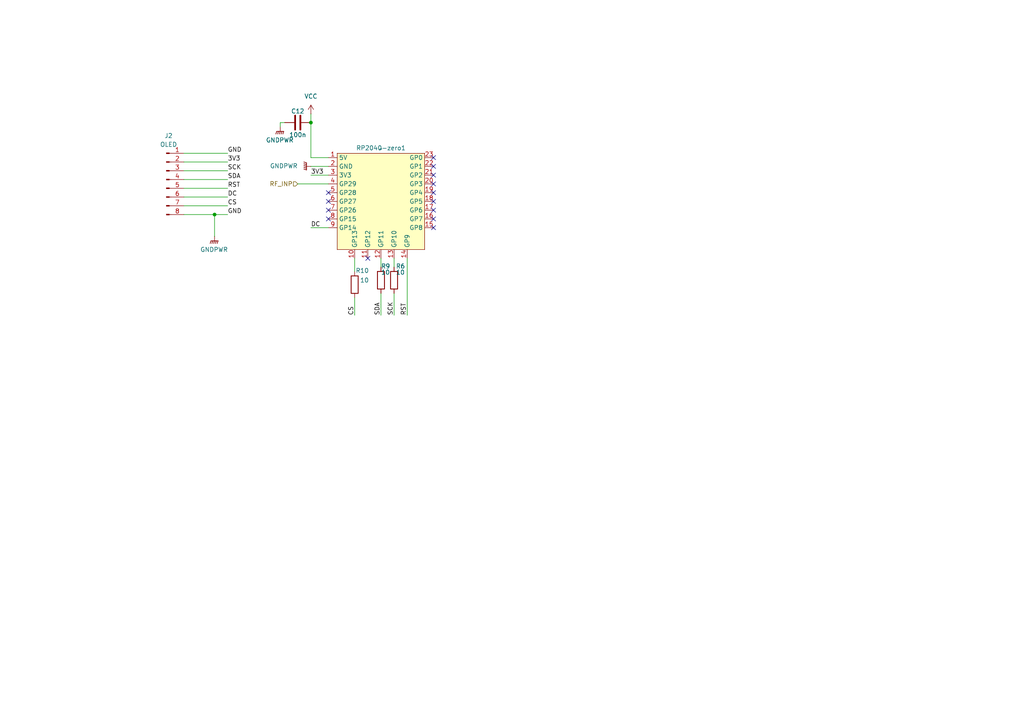
<source format=kicad_sch>
(kicad_sch (version 20231120) (generator "eeschema") (generator_version "8.0")
  (paper "A4")
  (lib_symbols
    (symbol "Connector:Conn_01x08_Pin" (pin_names (offset 1.016) hide)
      (property "Reference" "J" (at 0 10.16 0))
      (property "Value" "Conn_01x08_Pin" (at 0 -12.7 0))
      (symbol "Conn_01x08_Pin_1_1"
        (polyline (pts (xy 1.27 -10.16) (xy 0.8636 -10.16)) (stroke (width 0.1524)))
        (polyline (pts (xy 1.27 -7.62) (xy 0.8636 -7.62)) (stroke (width 0.1524)))
        (polyline (pts (xy 1.27 -5.08) (xy 0.8636 -5.08)) (stroke (width 0.1524)))
        (polyline (pts (xy 1.27 -2.54) (xy 0.8636 -2.54)) (stroke (width 0.1524)))
        (polyline (pts (xy 1.27 0) (xy 0.8636 0)) (stroke (width 0.1524)))
        (polyline (pts (xy 1.27 2.54) (xy 0.8636 2.54)) (stroke (width 0.1524)))
        (polyline (pts (xy 1.27 5.08) (xy 0.8636 5.08)) (stroke (width 0.1524)))
        (polyline (pts (xy 1.27 7.62) (xy 0.8636 7.62)) (stroke (width 0.1524)))
        (rectangle (start 0.8636 -10.033) (end 0 -10.287) (stroke (width 0.1524)) (fill (type outline)))
        (rectangle (start 0.8636 -7.493) (end 0 -7.747) (stroke (width 0.1524)) (fill (type outline)))
        (rectangle (start 0.8636 -4.953) (end 0 -5.207) (stroke (width 0.1524)) (fill (type outline)))
        (rectangle (start 0.8636 -2.413) (end 0 -2.667) (stroke (width 0.1524)) (fill (type outline)))
        (rectangle (start 0.8636 0.127) (end 0 -0.127) (stroke (width 0.1524)) (fill (type outline)))
        (rectangle (start 0.8636 2.667) (end 0 2.413) (stroke (width 0.1524)) (fill (type outline)))
        (rectangle (start 0.8636 5.207) (end 0 4.953) (stroke (width 0.1524)) (fill (type outline)))
        (rectangle (start 0.8636 7.747) (end 0 7.493) (stroke (width 0.1524)) (fill (type outline)))
        (pin passive line (at 5.08 7.62 180) (length 3.81) (name "Pin_1") (number "1"))
        (pin passive line (at 5.08 5.08 180) (length 3.81) (name "Pin_2") (number "2"))
        (pin passive line (at 5.08 2.54 180) (length 3.81) (name "Pin_3") (number "3"))
        (pin passive line (at 5.08 0 180) (length 3.81) (name "Pin_4") (number "4"))
        (pin passive line (at 5.08 -2.54 180) (length 3.81) (name "Pin_5") (number "5"))
        (pin passive line (at 5.08 -5.08 180) (length 3.81) (name "Pin_6") (number "6"))
        (pin passive line (at 5.08 -7.62 180) (length 3.81) (name "Pin_7") (number "7"))
        (pin passive line (at 5.08 -10.16 180) (length 3.81) (name "Pin_8") (number "8"))
      )
    )
    (symbol "Device:C" (pin_numbers hide) (pin_names (offset 0.254))
      (property "Reference" "C" (at 0.635 2.54 0))
      (property "Value" "C" (at 0.635 -2.54 0))
      (symbol "C_0_1"
        (polyline (pts (xy -2.032 -0.762) (xy 2.032 -0.762)) (stroke (width 0.508)))
        (polyline (pts (xy -2.032 0.762) (xy 2.032 0.762)) (stroke (width 0.508)))
      )
      (symbol "C_1_1"
        (pin passive line (at 0 3.81 270) (length 2.794) (name "~") (number "1"))
        (pin passive line (at 0 -3.81 90) (length 2.794) (name "~") (number "2"))
      )
    )
    (symbol "Device:R" (pin_numbers hide) (pin_names (offset 0))
      (property "Reference" "R" (at 2.032 0 90))
      (property "Value" "R" (at 0 0 90))
      (symbol "R_0_1"
        (rectangle (start -1.016 -2.54) (end 1.016 2.54) (stroke (width 0.254)))
      )
      (symbol "R_1_1"
        (pin passive line (at 0 3.81 270) (length 1.27) (name "~") (number "1"))
        (pin passive line (at 0 -3.81 90) (length 1.27) (name "~") (number "2"))
      )
    )
    (symbol "RP2040-zero_1"
      (property "Reference" "RP2040-zero1" (at 0 28.194 0))
      (property "Value" "~" (at 0 27.94 0))
      (symbol "RP2040-zero_1_1_1"
        (polyline (pts (xy -12.7 26.67) (xy 12.7 26.67) (xy 12.7 -1.27) (xy -12.7 -1.27) (xy -12.7 26.67)) (fill (type background)))
        (pin power_in line (at -15.24 25.4 0) (length 2.54) (name "5V") (number "1"))
        (pin bidirectional line (at -7.62 -3.81 90) (length 2.54) (name "GP13") (number "10"))
        (pin bidirectional line (at -3.81 -3.81 90) (length 2.54) (name "GP12") (number "11"))
        (pin bidirectional line (at 0 -3.81 90) (length 2.54) (name "GP11") (number "12"))
        (pin bidirectional line (at 3.81 -3.81 90) (length 2.54) (name "GP10") (number "13"))
        (pin bidirectional line (at 7.62 -3.81 90) (length 2.54) (name "GP9") (number "14"))
        (pin bidirectional line (at 15.24 5.08 180) (length 2.54) (name "GP8") (number "15"))
        (pin bidirectional line (at 15.24 7.62 180) (length 2.54) (name "GP7") (number "16"))
        (pin bidirectional line (at 15.24 10.16 180) (length 2.54) (name "GP6") (number "17"))
        (pin bidirectional line (at 15.24 12.7 180) (length 2.54) (name "GP5") (number "18"))
        (pin bidirectional line (at 15.24 15.24 180) (length 2.54) (name "GP4") (number "19"))
        (pin power_in line (at -15.24 22.86 0) (length 2.54) (name "GND") (number "2"))
        (pin bidirectional line (at 15.24 17.78 180) (length 2.54) (name "GP3") (number "20"))
        (pin bidirectional line (at 15.24 20.32 180) (length 2.54) (name "GP2") (number "21"))
        (pin bidirectional line (at 15.24 22.86 180) (length 2.54) (name "GP1") (number "22"))
        (pin bidirectional line (at 15.24 25.4 180) (length 2.54) (name "GP0") (number "23"))
        (pin power_in line (at -15.24 20.32 0) (length 2.54) (name "3V3") (number "3"))
        (pin bidirectional line (at -15.24 17.78 0) (length 2.54) (name "GP29") (number "4"))
        (pin bidirectional line (at -15.24 15.24 0) (length 2.54) (name "GP28") (number "5"))
        (pin bidirectional line (at -15.24 12.7 0) (length 2.54) (name "GP27") (number "6"))
        (pin bidirectional line (at -15.24 10.16 0) (length 2.54) (name "GP26") (number "7"))
        (pin bidirectional line (at -15.24 7.62 0) (length 2.54) (name "GP15") (number "8"))
        (pin bidirectional line (at -15.24 5.08 0) (length 2.54) (name "GP14") (number "9"))
      )
    )
    (symbol "power:GNDPWR" (power) (pin_numbers hide) (pin_names (offset 0) hide)
      (property "Value" "GNDPWR" (at 0 -3.302 0))
      (symbol "GNDPWR_0_1"
        (polyline (pts (xy 0 -1.27) (xy 0 0)))
        (polyline (pts (xy -1.016 -1.27) (xy -1.27 -2.032) (xy -1.27 -2.032)) (stroke (width 0.2032)))
        (polyline (pts (xy -0.508 -1.27) (xy -0.762 -2.032) (xy -0.762 -2.032)) (stroke (width 0.2032)))
        (polyline (pts (xy 0 -1.27) (xy -0.254 -2.032) (xy -0.254 -2.032)) (stroke (width 0.2032)))
        (polyline (pts (xy 0.508 -1.27) (xy 0.254 -2.032) (xy 0.254 -2.032)) (stroke (width 0.2032)))
        (polyline (pts (xy 1.016 -1.27) (xy -1.016 -1.27) (xy -1.016 -1.27)) (stroke (width 0.2032)))
        (polyline (pts (xy 1.016 -1.27) (xy 0.762 -2.032) (xy 0.762 -2.032) (xy 0.762 -2.032)) (stroke (width 0.2032)))
      )
      (symbol "GNDPWR_1_1"
        (pin power_in line (at 0 0 270) (length 0) (name "~") (number "1"))
      )
    )
    (symbol "power:VCC" (power) (pin_numbers hide) (pin_names (offset 0) hide)
      (property "Value" "VCC" (at 0 3.556 0))
      (symbol "VCC_0_1"
        (polyline (pts (xy -0.762 1.27) (xy 0 2.54)))
        (polyline (pts (xy 0 0) (xy 0 2.54)))
        (polyline (pts (xy 0 2.54) (xy 0.762 1.27)))
      )
      (symbol "VCC_1_1"
        (pin power_in line (at 0 0 90) (length 0) (name "~") (number "1"))
      )
    )
  )
  (junction (at 90.17 35.56))
  (junction (at 62.23 62.23))
  (no_connect (at 125.73 58.42))
  (no_connect (at 95.25 55.88))
  (no_connect (at 95.25 60.96))
  (no_connect (at 125.73 63.5))
  (no_connect (at 125.73 45.72))
  (no_connect (at 95.25 63.5))
  (no_connect (at 125.73 48.26))
  (no_connect (at 106.68 74.93))
  (no_connect (at 125.73 53.34))
  (no_connect (at 95.25 58.42))
  (no_connect (at 125.73 55.88))
  (no_connect (at 125.73 66.04))
  (no_connect (at 125.73 60.96))
  (no_connect (at 125.73 50.8))
  (wire (pts (xy 118.11 74.93) (xy 118.11 91.44)))
  (wire (pts (xy 81.28 35.56) (xy 81.28 36.83)))
  (wire (pts (xy 114.3 85.09) (xy 114.3 91.44)))
  (wire (pts (xy 53.34 49.53) (xy 66.04 49.53)))
  (wire (pts (xy 53.34 59.69) (xy 66.04 59.69)))
  (wire (pts (xy 53.34 46.99) (xy 66.04 46.99)))
  (wire (pts (xy 82.55 35.56) (xy 81.28 35.56)))
  (wire (pts (xy 53.34 57.15) (xy 66.04 57.15)))
  (wire (pts (xy 53.34 62.23) (xy 62.23 62.23)))
  (wire (pts (xy 90.17 48.26) (xy 95.25 48.26)))
  (wire (pts (xy 90.17 35.56) (xy 90.17 45.72)))
  (wire (pts (xy 90.17 50.8) (xy 95.25 50.8)))
  (wire (pts (xy 53.34 44.45) (xy 66.04 44.45)))
  (wire (pts (xy 62.23 62.23) (xy 62.23 68.58)))
  (wire (pts (xy 102.87 74.93) (xy 102.87 78.74)))
  (wire (pts (xy 90.17 33.02) (xy 90.17 35.56)))
  (wire (pts (xy 86.36 53.34) (xy 95.25 53.34)))
  (wire (pts (xy 110.49 74.93) (xy 110.49 77.47)))
  (wire (pts (xy 114.3 74.93) (xy 114.3 77.47)))
  (wire (pts (xy 90.17 45.72) (xy 95.25 45.72)))
  (wire (pts (xy 53.34 52.07) (xy 66.04 52.07)))
  (wire (pts (xy 62.23 62.23) (xy 66.04 62.23)))
  (wire (pts (xy 53.34 54.61) (xy 66.04 54.61)))
  (wire (pts (xy 110.49 85.09) (xy 110.49 91.44)))
  (wire (pts (xy 102.87 86.36) (xy 102.87 91.44)))
  (wire (pts (xy 90.17 66.04) (xy 95.25 66.04)))
  (label "SCK" (at 114.3 91.44 90))
  (label "GND" (at 66.04 62.23 0))
  (label "CS" (at 102.87 91.44 90))
  (label "DC" (at 90.17 66.04 0))
  (label "RST" (at 66.04 54.61 0))
  (label "SDA" (at 66.04 52.07 0))
  (label "3V3" (at 90.17 50.8 0))
  (label "SDA" (at 110.49 91.44 90))
  (label "DC" (at 66.04 57.15 0))
  (label "SCK" (at 66.04 49.53 0))
  (label "RST" (at 118.11 91.44 90))
  (label "CS" (at 66.04 59.69 0))
  (label "3V3" (at 66.04 46.99 0))
  (label "GND" (at 66.04 44.45 0))
  (hierarchical_label "RF_INP" (shape input) (at 86.36 53.34 180))
  (symbol (lib_id "Device:R") (at 110.49 81.28 0) (unit 1)
    (property "Reference" "R9" (at 110.49 77.216 0) (effects (justify left)))
    (property "Value" "10" (at 110.49 78.994 0) (effects (justify left)))
    (property "Footprint" "Resistor_SMD:R_1206_3216Metric_Pad1.30x1.75mm_HandSolder" (effects (hide yes)))
    (property "Description" "Resistor" (effects (hide yes)))
  )
  (symbol (lib_id "power:VCC") (at 90.17 33.02 0) (unit 1)
    (property "Reference" "#PWR011" (effects (hide yes)))
    (property "Value" "VCC" (at 90.17 27.94 0))
    (property "Description" "Power symbol creates a global label with name \"VCC\"" (effects (hide yes)))
  )
  (symbol (lib_id "Device:R") (at 102.87 82.55 0) (unit 1)
    (property "Reference" "R10" (at 103.124 78.486 0) (effects (justify left)))
    (property "Value" "10" (at 104.394 81.28 0) (effects (justify left)))
    (property "Footprint" "Resistor_SMD:R_1206_3216Metric_Pad1.30x1.75mm_HandSolder" (effects (hide yes)))
    (property "Description" "Resistor" (effects (hide yes)))
  )
  (symbol (lib_id "Device:R") (at 114.3 81.28 0) (unit 1)
    (property "Reference" "R6" (at 114.808 77.216 0) (effects (justify left)))
    (property "Value" "10" (at 114.808 78.994 0) (effects (justify left)))
    (property "Footprint" "Resistor_SMD:R_1206_3216Metric_Pad1.30x1.75mm_HandSolder" (effects (hide yes)))
    (property "Description" "Resistor" (effects (hide yes)))
  )
  (symbol (lib_id "Device:C") (at 86.36 35.56 90) (unit 1)
    (property "Reference" "C12" (at 86.36 32.258 90))
    (property "Value" "100n" (at 86.36 39.116 90))
    (property "Footprint" "Capacitor_SMD:C_1206_3216Metric_Pad1.33x1.80mm_HandSolder" (effects (hide yes)))
    (property "Description" "Unpolarized capacitor" (effects (hide yes)))
  )
  (symbol (lib_id "power:GNDPWR") (at 90.17 48.26 270) (unit 1)
    (property "Reference" "#PWR017" (effects (hide yes)))
    (property "Value" "GNDPWR" (at 86.36 48.1329 90) (effects (justify right)))
    (property "Description" "Power symbol creates a global label with name \"GNDPWR\" , global ground" (effects (hide yes)))
  )
  (symbol (lib_name "RP2040-zero_1") (lib_id "RP2040-zero:RP2040-zero") (at 110.49 71.12 0) (unit 1)
    (property "Reference" "RP2040-zero1" (at 110.49 42.926 0))
    (property "Value" "~" (at 110.49 43.18 0))
    (property "Footprint" "RP2040-zero:RP2040_0" (effects (hide yes)))
  )
  (symbol (lib_id "power:GNDPWR") (at 81.28 36.83 0) (unit 1)
    (property "Reference" "#PWR016" (effects (hide yes)))
    (property "Value" "GNDPWR" (at 81.153 40.64 0))
    (property "Description" "Power symbol creates a global label with name \"GNDPWR\" , global ground" (effects (hide yes)))
  )
  (symbol (lib_id "power:GNDPWR") (at 62.23 68.58 0) (unit 1)
    (property "Reference" "#PWR026" (effects (hide yes)))
    (property "Value" "GNDPWR" (at 62.103 72.39 0))
    (property "Description" "Power symbol creates a global label with name \"GNDPWR\" , global ground" (effects (hide yes)))
  )
  (symbol (lib_id "Connector:Conn_01x08_Pin") (at 48.26 52.07 0) (unit 1)
    (property "Reference" "J2" (at 48.895 39.37 0))
    (property "Value" "OLED" (at 48.895 41.91 0))
    (property "Footprint" "OLED_fp:OLED" (effects (hide yes)))
    (property "Description" "Generic connector, single row, 01x08, script generated" (effects (hide yes)))
  )
)
</source>
